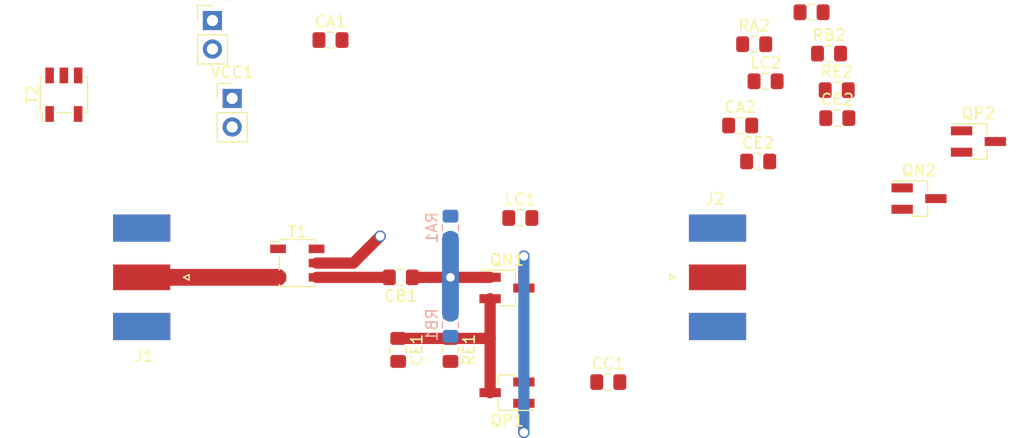
<source format=kicad_pcb>
(kicad_pcb (version 20171130) (host pcbnew "(5.1.5)-3")

  (general
    (thickness 1.6)
    (drawings 0)
    (tracks 27)
    (zones 0)
    (modules 26)
    (nets 18)
  )

  (page A4)
  (layers
    (0 F.Cu signal)
    (31 B.Cu signal)
    (32 B.Adhes user hide)
    (33 F.Adhes user hide)
    (34 B.Paste user hide)
    (35 F.Paste user hide)
    (36 B.SilkS user hide)
    (37 F.SilkS user hide)
    (38 B.Mask user hide)
    (39 F.Mask user hide)
    (40 Dwgs.User user hide)
    (41 Cmts.User user hide)
    (42 Eco1.User user hide)
    (43 Eco2.User user hide)
    (44 Edge.Cuts user)
    (45 Margin user hide)
    (46 B.CrtYd user hide)
    (47 F.CrtYd user hide)
    (48 B.Fab user)
    (49 F.Fab user)
  )

  (setup
    (last_trace_width 1)
    (user_trace_width 0.6)
    (user_trace_width 1)
    (user_trace_width 1.5)
    (trace_clearance 0.2)
    (zone_clearance 0.508)
    (zone_45_only no)
    (trace_min 0.2)
    (via_size 0.8)
    (via_drill 0.4)
    (via_min_size 0.4)
    (via_min_drill 0.3)
    (user_via 1.016 0.762)
    (uvia_size 0.3)
    (uvia_drill 0.1)
    (uvias_allowed no)
    (uvia_min_size 0.2)
    (uvia_min_drill 0.1)
    (edge_width 0.05)
    (segment_width 0.2)
    (pcb_text_width 0.3)
    (pcb_text_size 1.5 1.5)
    (mod_edge_width 0.12)
    (mod_text_size 1 1)
    (mod_text_width 0.15)
    (pad_size 1.524 1.524)
    (pad_drill 0.762)
    (pad_to_mask_clearance 0.051)
    (solder_mask_min_width 0.25)
    (aux_axis_origin 0 0)
    (visible_elements FFFFFF7F)
    (pcbplotparams
      (layerselection 0x010fc_ffffffff)
      (usegerberextensions false)
      (usegerberattributes false)
      (usegerberadvancedattributes false)
      (creategerberjobfile false)
      (excludeedgelayer true)
      (linewidth 0.100000)
      (plotframeref false)
      (viasonmask false)
      (mode 1)
      (useauxorigin false)
      (hpglpennumber 1)
      (hpglpenspeed 20)
      (hpglpendiameter 15.000000)
      (psnegative false)
      (psa4output false)
      (plotreference true)
      (plotvalue true)
      (plotinvisibletext false)
      (padsonsilk false)
      (subtractmaskfromsilk false)
      (outputformat 1)
      (mirror false)
      (drillshape 1)
      (scaleselection 1)
      (outputdirectory ""))
  )

  (net 0 "")
  (net 1 GND)
  (net 2 "Net-(CA1-Pad1)")
  (net 3 "Net-(CA2-Pad1)")
  (net 4 "Net-(CB1-Pad2)")
  (net 5 "Net-(CB1-Pad1)")
  (net 6 "Net-(CB2-Pad1)")
  (net 7 "Net-(CB2-Pad2)")
  (net 8 "Net-(CC1-Pad2)")
  (net 9 "Net-(CC1-Pad1)")
  (net 10 "Net-(CC2-Pad1)")
  (net 11 "Net-(CC2-Pad2)")
  (net 12 "Net-(CE1-Pad1)")
  (net 13 "Net-(CE2-Pad2)")
  (net 14 "Net-(J1-Pad1)")
  (net 15 "Net-(J2-Pad1)")
  (net 16 "Net-(QN1-Pad3)")
  (net 17 "Net-(QN2-Pad1)")

  (net_class Default "This is the default net class."
    (clearance 0.2)
    (trace_width 0.25)
    (via_dia 0.8)
    (via_drill 0.4)
    (uvia_dia 0.3)
    (uvia_drill 0.1)
    (add_net GND)
    (add_net "Net-(CA1-Pad1)")
    (add_net "Net-(CA2-Pad1)")
    (add_net "Net-(CB1-Pad1)")
    (add_net "Net-(CB1-Pad2)")
    (add_net "Net-(CB2-Pad1)")
    (add_net "Net-(CB2-Pad2)")
    (add_net "Net-(CC1-Pad1)")
    (add_net "Net-(CC1-Pad2)")
    (add_net "Net-(CC2-Pad1)")
    (add_net "Net-(CC2-Pad2)")
    (add_net "Net-(CE1-Pad1)")
    (add_net "Net-(CE2-Pad2)")
    (add_net "Net-(J1-Pad1)")
    (add_net "Net-(J2-Pad1)")
    (add_net "Net-(QN1-Pad3)")
    (add_net "Net-(QN2-Pad1)")
  )

  (module Connector_Coaxial:SMA_Molex_73251-1153_EdgeMount_Horizontal (layer F.Cu) (tedit 5E6697FE) (tstamp 5E66F0D6)
    (at 39.624 84.328)
    (descr "Molex SMA RF Connectors, Edge Mount, (http://www.molex.com/pdm_docs/sd/732511150_sd.pdf)")
    (tags "sma edge")
    (path /5E66A7B4)
    (attr smd)
    (fp_text reference J1 (at -1.5 7) (layer F.SilkS)
      (effects (font (size 1 1) (thickness 0.15)))
    )
    (fp_text value "RF In" (at -1.72 -7.11) (layer F.Fab)
      (effects (font (size 1 1) (thickness 0.15)))
    )
    (fp_line (start -5.91 4.76) (end 0.49 4.76) (layer F.Fab) (width 0.1))
    (fp_line (start -5.91 -4.76) (end -5.91 4.76) (layer F.Fab) (width 0.1))
    (fp_line (start 0.49 -4.76) (end -5.91 -4.76) (layer F.Fab) (width 0.1))
    (fp_line (start -4.76 -3.75) (end -4.76 3.75) (layer F.Fab) (width 0.1))
    (fp_line (start -13.79 2.65) (end -5.91 2.65) (layer F.Fab) (width 0.1))
    (fp_line (start -13.79 -2.65) (end -13.79 2.65) (layer F.Fab) (width 0.1))
    (fp_line (start -13.79 -2.65) (end -5.91 -2.65) (layer F.Fab) (width 0.1))
    (fp_line (start -4.76 3.75) (end 0.49 3.75) (layer F.Fab) (width 0.1))
    (fp_line (start -4.76 -3.75) (end 0.49 -3.75) (layer F.Fab) (width 0.1))
    (fp_line (start 2.71 -6.09) (end -14.29 -6.09) (layer F.CrtYd) (width 0.05))
    (fp_line (start 2.71 -6.09) (end 2.71 6.09) (layer F.CrtYd) (width 0.05))
    (fp_line (start -14.29 6.09) (end 2.71 6.09) (layer B.CrtYd) (width 0.05))
    (fp_line (start -14.29 -6.09) (end -14.29 6.09) (layer B.CrtYd) (width 0.05))
    (fp_line (start -14.29 -6.09) (end 2.71 -6.09) (layer B.CrtYd) (width 0.05))
    (fp_line (start 2.71 -6.09) (end 2.71 6.09) (layer B.CrtYd) (width 0.05))
    (fp_line (start -14.29 6.09) (end 2.71 6.09) (layer F.CrtYd) (width 0.05))
    (fp_line (start -14.29 -6.09) (end -14.29 6.09) (layer F.CrtYd) (width 0.05))
    (fp_line (start 0.49 -4.76) (end 0.49 -3.75) (layer F.Fab) (width 0.1))
    (fp_line (start 0.49 3.75) (end 0.49 4.76) (layer F.Fab) (width 0.1))
    (fp_line (start 0.49 -0.38) (end 0.49 0.38) (layer F.Fab) (width 0.1))
    (fp_line (start -4.76 0.38) (end 0.49 0.38) (layer F.Fab) (width 0.1))
    (fp_line (start -4.76 -0.38) (end 0.49 -0.38) (layer F.Fab) (width 0.1))
    (fp_line (start 2 0) (end 2.5 -0.25) (layer F.SilkS) (width 0.12))
    (fp_line (start 2.5 -0.25) (end 2.5 0.25) (layer F.SilkS) (width 0.12))
    (fp_line (start 2.5 0.25) (end 2 0) (layer F.SilkS) (width 0.12))
    (fp_line (start 2.5 -0.25) (end 2 0) (layer F.Fab) (width 0.1))
    (fp_line (start 2 0) (end 2.5 0.25) (layer F.Fab) (width 0.1))
    (fp_line (start 2.5 0.25) (end 2.5 -0.25) (layer F.Fab) (width 0.1))
    (fp_text user %R (at -1.5 7) (layer F.Fab)
      (effects (font (size 1 1) (thickness 0.15)))
    )
    (pad 2 smd rect (at -1.72 4.38) (size 5.08 2.42) (layers B.Cu B.Paste B.Mask)
      (net 1 GND))
    (pad 2 smd rect (at -1.72 -4.38) (size 5.08 2.42) (layers B.Cu B.Paste B.Mask)
      (net 1 GND))
    (pad 2 smd rect (at -1.72 4.38) (size 5.08 2.42) (layers F.Cu F.Paste F.Mask)
      (net 1 GND))
    (pad 2 smd rect (at -1.72 -4.38) (size 5.08 2.42) (layers F.Cu F.Paste F.Mask)
      (net 1 GND))
    (pad 1 smd rect (at -1.72 0) (size 5.08 2.29) (layers F.Cu F.Paste F.Mask)
      (net 14 "Net-(J1-Pad1)"))
    (model ${KISYS3DMOD}/Connector_Coaxial.3dshapes/SMA_Molex_73251-1153_EdgeMount_Horizontal.wrl
      (at (xyz 0 0 0))
      (scale (xyz 1 1 1))
      (rotate (xyz 0 0 0))
    )
  )

  (module Connector_Coaxial:SMA_Molex_73251-1153_EdgeMount_Horizontal (layer F.Cu) (tedit 5E6697E9) (tstamp 5E66F102)
    (at 87.376 84.328 180)
    (descr "Molex SMA RF Connectors, Edge Mount, (http://www.molex.com/pdm_docs/sd/732511150_sd.pdf)")
    (tags "sma edge")
    (path /5E66B623)
    (attr smd)
    (fp_text reference J2 (at -1.5 7) (layer F.SilkS)
      (effects (font (size 1 1) (thickness 0.15)))
    )
    (fp_text value "RF Out" (at -1.72 -7.11) (layer F.Fab)
      (effects (font (size 1 1) (thickness 0.15)))
    )
    (fp_text user %R (at -1.5 7) (layer F.Fab)
      (effects (font (size 1 1) (thickness 0.15)))
    )
    (fp_line (start 2.5 0.25) (end 2.5 -0.25) (layer F.Fab) (width 0.1))
    (fp_line (start 2 0) (end 2.5 0.25) (layer F.Fab) (width 0.1))
    (fp_line (start 2.5 -0.25) (end 2 0) (layer F.Fab) (width 0.1))
    (fp_line (start 2.5 0.25) (end 2 0) (layer F.SilkS) (width 0.12))
    (fp_line (start 2.5 -0.25) (end 2.5 0.25) (layer F.SilkS) (width 0.12))
    (fp_line (start 2 0) (end 2.5 -0.25) (layer F.SilkS) (width 0.12))
    (fp_line (start -4.76 -0.38) (end 0.49 -0.38) (layer F.Fab) (width 0.1))
    (fp_line (start -4.76 0.38) (end 0.49 0.38) (layer F.Fab) (width 0.1))
    (fp_line (start 0.49 -0.38) (end 0.49 0.38) (layer F.Fab) (width 0.1))
    (fp_line (start 0.49 3.75) (end 0.49 4.76) (layer F.Fab) (width 0.1))
    (fp_line (start 0.49 -4.76) (end 0.49 -3.75) (layer F.Fab) (width 0.1))
    (fp_line (start -14.29 -6.09) (end -14.29 6.09) (layer F.CrtYd) (width 0.05))
    (fp_line (start -14.29 6.09) (end 2.71 6.09) (layer F.CrtYd) (width 0.05))
    (fp_line (start 2.71 -6.09) (end 2.71 6.09) (layer B.CrtYd) (width 0.05))
    (fp_line (start -14.29 -6.09) (end 2.71 -6.09) (layer B.CrtYd) (width 0.05))
    (fp_line (start -14.29 -6.09) (end -14.29 6.09) (layer B.CrtYd) (width 0.05))
    (fp_line (start -14.29 6.09) (end 2.71 6.09) (layer B.CrtYd) (width 0.05))
    (fp_line (start 2.71 -6.09) (end 2.71 6.09) (layer F.CrtYd) (width 0.05))
    (fp_line (start 2.71 -6.09) (end -14.29 -6.09) (layer F.CrtYd) (width 0.05))
    (fp_line (start -4.76 -3.75) (end 0.49 -3.75) (layer F.Fab) (width 0.1))
    (fp_line (start -4.76 3.75) (end 0.49 3.75) (layer F.Fab) (width 0.1))
    (fp_line (start -13.79 -2.65) (end -5.91 -2.65) (layer F.Fab) (width 0.1))
    (fp_line (start -13.79 -2.65) (end -13.79 2.65) (layer F.Fab) (width 0.1))
    (fp_line (start -13.79 2.65) (end -5.91 2.65) (layer F.Fab) (width 0.1))
    (fp_line (start -4.76 -3.75) (end -4.76 3.75) (layer F.Fab) (width 0.1))
    (fp_line (start 0.49 -4.76) (end -5.91 -4.76) (layer F.Fab) (width 0.1))
    (fp_line (start -5.91 -4.76) (end -5.91 4.76) (layer F.Fab) (width 0.1))
    (fp_line (start -5.91 4.76) (end 0.49 4.76) (layer F.Fab) (width 0.1))
    (pad 1 smd rect (at -1.72 0 180) (size 5.08 2.29) (layers F.Cu F.Paste F.Mask)
      (net 15 "Net-(J2-Pad1)"))
    (pad 2 smd rect (at -1.72 -4.38 180) (size 5.08 2.42) (layers F.Cu F.Paste F.Mask)
      (net 1 GND))
    (pad 2 smd rect (at -1.72 4.38 180) (size 5.08 2.42) (layers F.Cu F.Paste F.Mask)
      (net 1 GND))
    (pad 2 smd rect (at -1.72 -4.38 180) (size 5.08 2.42) (layers B.Cu B.Paste B.Mask)
      (net 1 GND))
    (pad 2 smd rect (at -1.72 4.38 180) (size 5.08 2.42) (layers B.Cu B.Paste B.Mask)
      (net 1 GND))
    (model ${KISYS3DMOD}/Connector_Coaxial.3dshapes/SMA_Molex_73251-1153_EdgeMount_Horizontal.wrl
      (at (xyz 0 0 0))
      (scale (xyz 1 1 1))
      (rotate (xyz 0 0 0))
    )
  )

  (module Capacitor_SMD:C_0805_2012Metric_Pad1.15x1.40mm_HandSolder (layer F.Cu) (tedit 5B36C52B) (tstamp 5E6703FE)
    (at 54.6899 63.2079)
    (descr "Capacitor SMD 0805 (2012 Metric), square (rectangular) end terminal, IPC_7351 nominal with elongated pad for handsoldering. (Body size source: https://docs.google.com/spreadsheets/d/1BsfQQcO9C6DZCsRaXUlFlo91Tg2WpOkGARC1WS5S8t0/edit?usp=sharing), generated with kicad-footprint-generator")
    (tags "capacitor handsolder")
    (path /5E6C238D)
    (attr smd)
    (fp_text reference CA1 (at 0 -1.65) (layer F.SilkS)
      (effects (font (size 1 1) (thickness 0.15)))
    )
    (fp_text value "100 nF" (at 0 1.65) (layer F.Fab)
      (effects (font (size 1 1) (thickness 0.15)))
    )
    (fp_text user %R (at 0 0) (layer F.Fab)
      (effects (font (size 0.5 0.5) (thickness 0.08)))
    )
    (fp_line (start 1.85 0.95) (end -1.85 0.95) (layer F.CrtYd) (width 0.05))
    (fp_line (start 1.85 -0.95) (end 1.85 0.95) (layer F.CrtYd) (width 0.05))
    (fp_line (start -1.85 -0.95) (end 1.85 -0.95) (layer F.CrtYd) (width 0.05))
    (fp_line (start -1.85 0.95) (end -1.85 -0.95) (layer F.CrtYd) (width 0.05))
    (fp_line (start -0.261252 0.71) (end 0.261252 0.71) (layer F.SilkS) (width 0.12))
    (fp_line (start -0.261252 -0.71) (end 0.261252 -0.71) (layer F.SilkS) (width 0.12))
    (fp_line (start 1 0.6) (end -1 0.6) (layer F.Fab) (width 0.1))
    (fp_line (start 1 -0.6) (end 1 0.6) (layer F.Fab) (width 0.1))
    (fp_line (start -1 -0.6) (end 1 -0.6) (layer F.Fab) (width 0.1))
    (fp_line (start -1 0.6) (end -1 -0.6) (layer F.Fab) (width 0.1))
    (pad 2 smd roundrect (at 1.025 0) (size 1.15 1.4) (layers F.Cu F.Paste F.Mask) (roundrect_rratio 0.217391)
      (net 1 GND))
    (pad 1 smd roundrect (at -1.025 0) (size 1.15 1.4) (layers F.Cu F.Paste F.Mask) (roundrect_rratio 0.217391)
      (net 2 "Net-(CA1-Pad1)"))
    (model ${KISYS3DMOD}/Capacitor_SMD.3dshapes/C_0805_2012Metric.wrl
      (at (xyz 0 0 0))
      (scale (xyz 1 1 1))
      (rotate (xyz 0 0 0))
    )
  )

  (module Capacitor_SMD:C_0805_2012Metric_Pad1.15x1.40mm_HandSolder (layer F.Cu) (tedit 5B36C52B) (tstamp 5E67045F)
    (at 91.1098 70.8152)
    (descr "Capacitor SMD 0805 (2012 Metric), square (rectangular) end terminal, IPC_7351 nominal with elongated pad for handsoldering. (Body size source: https://docs.google.com/spreadsheets/d/1BsfQQcO9C6DZCsRaXUlFlo91Tg2WpOkGARC1WS5S8t0/edit?usp=sharing), generated with kicad-footprint-generator")
    (tags "capacitor handsolder")
    (path /5E6C31C3)
    (attr smd)
    (fp_text reference CA2 (at 0 -1.65) (layer F.SilkS)
      (effects (font (size 1 1) (thickness 0.15)))
    )
    (fp_text value "100 nF" (at 0 1.65) (layer F.Fab)
      (effects (font (size 1 1) (thickness 0.15)))
    )
    (fp_line (start -1 0.6) (end -1 -0.6) (layer F.Fab) (width 0.1))
    (fp_line (start -1 -0.6) (end 1 -0.6) (layer F.Fab) (width 0.1))
    (fp_line (start 1 -0.6) (end 1 0.6) (layer F.Fab) (width 0.1))
    (fp_line (start 1 0.6) (end -1 0.6) (layer F.Fab) (width 0.1))
    (fp_line (start -0.261252 -0.71) (end 0.261252 -0.71) (layer F.SilkS) (width 0.12))
    (fp_line (start -0.261252 0.71) (end 0.261252 0.71) (layer F.SilkS) (width 0.12))
    (fp_line (start -1.85 0.95) (end -1.85 -0.95) (layer F.CrtYd) (width 0.05))
    (fp_line (start -1.85 -0.95) (end 1.85 -0.95) (layer F.CrtYd) (width 0.05))
    (fp_line (start 1.85 -0.95) (end 1.85 0.95) (layer F.CrtYd) (width 0.05))
    (fp_line (start 1.85 0.95) (end -1.85 0.95) (layer F.CrtYd) (width 0.05))
    (fp_text user %R (at 0 0) (layer F.Fab)
      (effects (font (size 0.5 0.5) (thickness 0.08)))
    )
    (pad 1 smd roundrect (at -1.025 0) (size 1.15 1.4) (layers F.Cu F.Paste F.Mask) (roundrect_rratio 0.217391)
      (net 3 "Net-(CA2-Pad1)"))
    (pad 2 smd roundrect (at 1.025 0) (size 1.15 1.4) (layers F.Cu F.Paste F.Mask) (roundrect_rratio 0.217391)
      (net 1 GND))
    (model ${KISYS3DMOD}/Capacitor_SMD.3dshapes/C_0805_2012Metric.wrl
      (at (xyz 0 0 0))
      (scale (xyz 1 1 1))
      (rotate (xyz 0 0 0))
    )
  )

  (module Capacitor_SMD:C_0805_2012Metric_Pad1.15x1.40mm_HandSolder (layer F.Cu) (tedit 5B36C52B) (tstamp 5E6706BF)
    (at 60.9436 84.328 180)
    (descr "Capacitor SMD 0805 (2012 Metric), square (rectangular) end terminal, IPC_7351 nominal with elongated pad for handsoldering. (Body size source: https://docs.google.com/spreadsheets/d/1BsfQQcO9C6DZCsRaXUlFlo91Tg2WpOkGARC1WS5S8t0/edit?usp=sharing), generated with kicad-footprint-generator")
    (tags "capacitor handsolder")
    (path /5E6BCE00)
    (attr smd)
    (fp_text reference CB1 (at 0 -1.65) (layer F.SilkS)
      (effects (font (size 1 1) (thickness 0.15)))
    )
    (fp_text value "47 nF" (at 0 1.65) (layer F.Fab)
      (effects (font (size 1 1) (thickness 0.15)))
    )
    (fp_text user %R (at 0 0) (layer F.Fab)
      (effects (font (size 0.5 0.5) (thickness 0.08)))
    )
    (fp_line (start 1.85 0.95) (end -1.85 0.95) (layer F.CrtYd) (width 0.05))
    (fp_line (start 1.85 -0.95) (end 1.85 0.95) (layer F.CrtYd) (width 0.05))
    (fp_line (start -1.85 -0.95) (end 1.85 -0.95) (layer F.CrtYd) (width 0.05))
    (fp_line (start -1.85 0.95) (end -1.85 -0.95) (layer F.CrtYd) (width 0.05))
    (fp_line (start -0.261252 0.71) (end 0.261252 0.71) (layer F.SilkS) (width 0.12))
    (fp_line (start -0.261252 -0.71) (end 0.261252 -0.71) (layer F.SilkS) (width 0.12))
    (fp_line (start 1 0.6) (end -1 0.6) (layer F.Fab) (width 0.1))
    (fp_line (start 1 -0.6) (end 1 0.6) (layer F.Fab) (width 0.1))
    (fp_line (start -1 -0.6) (end 1 -0.6) (layer F.Fab) (width 0.1))
    (fp_line (start -1 0.6) (end -1 -0.6) (layer F.Fab) (width 0.1))
    (pad 2 smd roundrect (at 1.025 0 180) (size 1.15 1.4) (layers F.Cu F.Paste F.Mask) (roundrect_rratio 0.217391)
      (net 4 "Net-(CB1-Pad2)"))
    (pad 1 smd roundrect (at -1.025 0 180) (size 1.15 1.4) (layers F.Cu F.Paste F.Mask) (roundrect_rratio 0.217391)
      (net 5 "Net-(CB1-Pad1)"))
    (model ${KISYS3DMOD}/Capacitor_SMD.3dshapes/C_0805_2012Metric.wrl
      (at (xyz 0 0 0))
      (scale (xyz 1 1 1))
      (rotate (xyz 0 0 0))
    )
  )

  (module Capacitor_SMD:C_0805_2012Metric_Pad1.15x1.40mm_HandSolder (layer F.Cu) (tedit 5B36C52B) (tstamp 5E66F066)
    (at 97.4598 60.7314)
    (descr "Capacitor SMD 0805 (2012 Metric), square (rectangular) end terminal, IPC_7351 nominal with elongated pad for handsoldering. (Body size source: https://docs.google.com/spreadsheets/d/1BsfQQcO9C6DZCsRaXUlFlo91Tg2WpOkGARC1WS5S8t0/edit?usp=sharing), generated with kicad-footprint-generator")
    (tags "capacitor handsolder")
    (path /5E6BD39E)
    (attr smd)
    (fp_text reference CB2 (at 0 -1.65) (layer F.SilkS)
      (effects (font (size 1 1) (thickness 0.15)))
    )
    (fp_text value "47 nF" (at 0 1.65) (layer F.Fab)
      (effects (font (size 1 1) (thickness 0.15)))
    )
    (fp_line (start -1 0.6) (end -1 -0.6) (layer F.Fab) (width 0.1))
    (fp_line (start -1 -0.6) (end 1 -0.6) (layer F.Fab) (width 0.1))
    (fp_line (start 1 -0.6) (end 1 0.6) (layer F.Fab) (width 0.1))
    (fp_line (start 1 0.6) (end -1 0.6) (layer F.Fab) (width 0.1))
    (fp_line (start -0.261252 -0.71) (end 0.261252 -0.71) (layer F.SilkS) (width 0.12))
    (fp_line (start -0.261252 0.71) (end 0.261252 0.71) (layer F.SilkS) (width 0.12))
    (fp_line (start -1.85 0.95) (end -1.85 -0.95) (layer F.CrtYd) (width 0.05))
    (fp_line (start -1.85 -0.95) (end 1.85 -0.95) (layer F.CrtYd) (width 0.05))
    (fp_line (start 1.85 -0.95) (end 1.85 0.95) (layer F.CrtYd) (width 0.05))
    (fp_line (start 1.85 0.95) (end -1.85 0.95) (layer F.CrtYd) (width 0.05))
    (fp_text user %R (at 0 0) (layer F.Fab)
      (effects (font (size 0.5 0.5) (thickness 0.08)))
    )
    (pad 1 smd roundrect (at -1.025 0) (size 1.15 1.4) (layers F.Cu F.Paste F.Mask) (roundrect_rratio 0.217391)
      (net 6 "Net-(CB2-Pad1)"))
    (pad 2 smd roundrect (at 1.025 0) (size 1.15 1.4) (layers F.Cu F.Paste F.Mask) (roundrect_rratio 0.217391)
      (net 7 "Net-(CB2-Pad2)"))
    (model ${KISYS3DMOD}/Capacitor_SMD.3dshapes/C_0805_2012Metric.wrl
      (at (xyz 0 0 0))
      (scale (xyz 1 1 1))
      (rotate (xyz 0 0 0))
    )
  )

  (module Capacitor_SMD:C_0805_2012Metric_Pad1.15x1.40mm_HandSolder (layer F.Cu) (tedit 5B36C52B) (tstamp 5E670D17)
    (at 79.384 93.6498)
    (descr "Capacitor SMD 0805 (2012 Metric), square (rectangular) end terminal, IPC_7351 nominal with elongated pad for handsoldering. (Body size source: https://docs.google.com/spreadsheets/d/1BsfQQcO9C6DZCsRaXUlFlo91Tg2WpOkGARC1WS5S8t0/edit?usp=sharing), generated with kicad-footprint-generator")
    (tags "capacitor handsolder")
    (path /5E6B729D)
    (attr smd)
    (fp_text reference CC1 (at 0 -1.65) (layer F.SilkS)
      (effects (font (size 1 1) (thickness 0.15)))
    )
    (fp_text value "29.3 pF" (at 0 1.65) (layer F.Fab)
      (effects (font (size 1 1) (thickness 0.15)))
    )
    (fp_text user %R (at 0 0) (layer F.Fab)
      (effects (font (size 0.5 0.5) (thickness 0.08)))
    )
    (fp_line (start 1.85 0.95) (end -1.85 0.95) (layer F.CrtYd) (width 0.05))
    (fp_line (start 1.85 -0.95) (end 1.85 0.95) (layer F.CrtYd) (width 0.05))
    (fp_line (start -1.85 -0.95) (end 1.85 -0.95) (layer F.CrtYd) (width 0.05))
    (fp_line (start -1.85 0.95) (end -1.85 -0.95) (layer F.CrtYd) (width 0.05))
    (fp_line (start -0.261252 0.71) (end 0.261252 0.71) (layer F.SilkS) (width 0.12))
    (fp_line (start -0.261252 -0.71) (end 0.261252 -0.71) (layer F.SilkS) (width 0.12))
    (fp_line (start 1 0.6) (end -1 0.6) (layer F.Fab) (width 0.1))
    (fp_line (start 1 -0.6) (end 1 0.6) (layer F.Fab) (width 0.1))
    (fp_line (start -1 -0.6) (end 1 -0.6) (layer F.Fab) (width 0.1))
    (fp_line (start -1 0.6) (end -1 -0.6) (layer F.Fab) (width 0.1))
    (pad 2 smd roundrect (at 1.025 0) (size 1.15 1.4) (layers F.Cu F.Paste F.Mask) (roundrect_rratio 0.217391)
      (net 8 "Net-(CC1-Pad2)"))
    (pad 1 smd roundrect (at -1.025 0) (size 1.15 1.4) (layers F.Cu F.Paste F.Mask) (roundrect_rratio 0.217391)
      (net 9 "Net-(CC1-Pad1)"))
    (model ${KISYS3DMOD}/Capacitor_SMD.3dshapes/C_0805_2012Metric.wrl
      (at (xyz 0 0 0))
      (scale (xyz 1 1 1))
      (rotate (xyz 0 0 0))
    )
  )

  (module Capacitor_SMD:C_0805_2012Metric_Pad1.15x1.40mm_HandSolder (layer F.Cu) (tedit 5B36C52B) (tstamp 5E66F088)
    (at 99.7458 70.1548)
    (descr "Capacitor SMD 0805 (2012 Metric), square (rectangular) end terminal, IPC_7351 nominal with elongated pad for handsoldering. (Body size source: https://docs.google.com/spreadsheets/d/1BsfQQcO9C6DZCsRaXUlFlo91Tg2WpOkGARC1WS5S8t0/edit?usp=sharing), generated with kicad-footprint-generator")
    (tags "capacitor handsolder")
    (path /5E6B7B63)
    (attr smd)
    (fp_text reference CC2 (at 0 -1.65) (layer F.SilkS)
      (effects (font (size 1 1) (thickness 0.15)))
    )
    (fp_text value "29.3 pF" (at 0 1.65) (layer F.Fab)
      (effects (font (size 1 1) (thickness 0.15)))
    )
    (fp_line (start -1 0.6) (end -1 -0.6) (layer F.Fab) (width 0.1))
    (fp_line (start -1 -0.6) (end 1 -0.6) (layer F.Fab) (width 0.1))
    (fp_line (start 1 -0.6) (end 1 0.6) (layer F.Fab) (width 0.1))
    (fp_line (start 1 0.6) (end -1 0.6) (layer F.Fab) (width 0.1))
    (fp_line (start -0.261252 -0.71) (end 0.261252 -0.71) (layer F.SilkS) (width 0.12))
    (fp_line (start -0.261252 0.71) (end 0.261252 0.71) (layer F.SilkS) (width 0.12))
    (fp_line (start -1.85 0.95) (end -1.85 -0.95) (layer F.CrtYd) (width 0.05))
    (fp_line (start -1.85 -0.95) (end 1.85 -0.95) (layer F.CrtYd) (width 0.05))
    (fp_line (start 1.85 -0.95) (end 1.85 0.95) (layer F.CrtYd) (width 0.05))
    (fp_line (start 1.85 0.95) (end -1.85 0.95) (layer F.CrtYd) (width 0.05))
    (fp_text user %R (at 0 0) (layer F.Fab)
      (effects (font (size 0.5 0.5) (thickness 0.08)))
    )
    (pad 1 smd roundrect (at -1.025 0) (size 1.15 1.4) (layers F.Cu F.Paste F.Mask) (roundrect_rratio 0.217391)
      (net 10 "Net-(CC2-Pad1)"))
    (pad 2 smd roundrect (at 1.025 0) (size 1.15 1.4) (layers F.Cu F.Paste F.Mask) (roundrect_rratio 0.217391)
      (net 11 "Net-(CC2-Pad2)"))
    (model ${KISYS3DMOD}/Capacitor_SMD.3dshapes/C_0805_2012Metric.wrl
      (at (xyz 0 0 0))
      (scale (xyz 1 1 1))
      (rotate (xyz 0 0 0))
    )
  )

  (module Capacitor_SMD:C_0805_2012Metric_Pad1.15x1.40mm_HandSolder (layer F.Cu) (tedit 5B36C52B) (tstamp 5E67034C)
    (at 60.706 90.7886 270)
    (descr "Capacitor SMD 0805 (2012 Metric), square (rectangular) end terminal, IPC_7351 nominal with elongated pad for handsoldering. (Body size source: https://docs.google.com/spreadsheets/d/1BsfQQcO9C6DZCsRaXUlFlo91Tg2WpOkGARC1WS5S8t0/edit?usp=sharing), generated with kicad-footprint-generator")
    (tags "capacitor handsolder")
    (path /5E66AC19)
    (attr smd)
    (fp_text reference CE1 (at 0 -1.65 90) (layer F.SilkS)
      (effects (font (size 1 1) (thickness 0.15)))
    )
    (fp_text value "100 nF" (at 0 1.65 90) (layer F.Fab)
      (effects (font (size 1 1) (thickness 0.15)))
    )
    (fp_text user %R (at 0 0 90) (layer F.Fab)
      (effects (font (size 0.5 0.5) (thickness 0.08)))
    )
    (fp_line (start 1.85 0.95) (end -1.85 0.95) (layer F.CrtYd) (width 0.05))
    (fp_line (start 1.85 -0.95) (end 1.85 0.95) (layer F.CrtYd) (width 0.05))
    (fp_line (start -1.85 -0.95) (end 1.85 -0.95) (layer F.CrtYd) (width 0.05))
    (fp_line (start -1.85 0.95) (end -1.85 -0.95) (layer F.CrtYd) (width 0.05))
    (fp_line (start -0.261252 0.71) (end 0.261252 0.71) (layer F.SilkS) (width 0.12))
    (fp_line (start -0.261252 -0.71) (end 0.261252 -0.71) (layer F.SilkS) (width 0.12))
    (fp_line (start 1 0.6) (end -1 0.6) (layer F.Fab) (width 0.1))
    (fp_line (start 1 -0.6) (end 1 0.6) (layer F.Fab) (width 0.1))
    (fp_line (start -1 -0.6) (end 1 -0.6) (layer F.Fab) (width 0.1))
    (fp_line (start -1 0.6) (end -1 -0.6) (layer F.Fab) (width 0.1))
    (pad 2 smd roundrect (at 1.025 0 270) (size 1.15 1.4) (layers F.Cu F.Paste F.Mask) (roundrect_rratio 0.217391)
      (net 1 GND))
    (pad 1 smd roundrect (at -1.025 0 270) (size 1.15 1.4) (layers F.Cu F.Paste F.Mask) (roundrect_rratio 0.217391)
      (net 12 "Net-(CE1-Pad1)"))
    (model ${KISYS3DMOD}/Capacitor_SMD.3dshapes/C_0805_2012Metric.wrl
      (at (xyz 0 0 0))
      (scale (xyz 1 1 1))
      (rotate (xyz 0 0 0))
    )
  )

  (module Capacitor_SMD:C_0805_2012Metric_Pad1.15x1.40mm_HandSolder (layer F.Cu) (tedit 5B36C52B) (tstamp 5E66F0AA)
    (at 92.71 74.0156)
    (descr "Capacitor SMD 0805 (2012 Metric), square (rectangular) end terminal, IPC_7351 nominal with elongated pad for handsoldering. (Body size source: https://docs.google.com/spreadsheets/d/1BsfQQcO9C6DZCsRaXUlFlo91Tg2WpOkGARC1WS5S8t0/edit?usp=sharing), generated with kicad-footprint-generator")
    (tags "capacitor handsolder")
    (path /5E66DF18)
    (attr smd)
    (fp_text reference CE2 (at 0 -1.65) (layer F.SilkS)
      (effects (font (size 1 1) (thickness 0.15)))
    )
    (fp_text value "100 nF" (at 0 1.65) (layer F.Fab)
      (effects (font (size 1 1) (thickness 0.15)))
    )
    (fp_line (start -1 0.6) (end -1 -0.6) (layer F.Fab) (width 0.1))
    (fp_line (start -1 -0.6) (end 1 -0.6) (layer F.Fab) (width 0.1))
    (fp_line (start 1 -0.6) (end 1 0.6) (layer F.Fab) (width 0.1))
    (fp_line (start 1 0.6) (end -1 0.6) (layer F.Fab) (width 0.1))
    (fp_line (start -0.261252 -0.71) (end 0.261252 -0.71) (layer F.SilkS) (width 0.12))
    (fp_line (start -0.261252 0.71) (end 0.261252 0.71) (layer F.SilkS) (width 0.12))
    (fp_line (start -1.85 0.95) (end -1.85 -0.95) (layer F.CrtYd) (width 0.05))
    (fp_line (start -1.85 -0.95) (end 1.85 -0.95) (layer F.CrtYd) (width 0.05))
    (fp_line (start 1.85 -0.95) (end 1.85 0.95) (layer F.CrtYd) (width 0.05))
    (fp_line (start 1.85 0.95) (end -1.85 0.95) (layer F.CrtYd) (width 0.05))
    (fp_text user %R (at 0 0) (layer F.Fab)
      (effects (font (size 0.5 0.5) (thickness 0.08)))
    )
    (pad 1 smd roundrect (at -1.025 0) (size 1.15 1.4) (layers F.Cu F.Paste F.Mask) (roundrect_rratio 0.217391)
      (net 1 GND))
    (pad 2 smd roundrect (at 1.025 0) (size 1.15 1.4) (layers F.Cu F.Paste F.Mask) (roundrect_rratio 0.217391)
      (net 13 "Net-(CE2-Pad2)"))
    (model ${KISYS3DMOD}/Capacitor_SMD.3dshapes/C_0805_2012Metric.wrl
      (at (xyz 0 0 0))
      (scale (xyz 1 1 1))
      (rotate (xyz 0 0 0))
    )
  )

  (module Inductor_SMD:L_0805_2012Metric_Pad1.15x1.40mm_HandSolder (layer F.Cu) (tedit 5B36C52B) (tstamp 5E66F113)
    (at 71.5645 79.0448)
    (descr "Capacitor SMD 0805 (2012 Metric), square (rectangular) end terminal, IPC_7351 nominal with elongated pad for handsoldering. (Body size source: https://docs.google.com/spreadsheets/d/1BsfQQcO9C6DZCsRaXUlFlo91Tg2WpOkGARC1WS5S8t0/edit?usp=sharing), generated with kicad-footprint-generator")
    (tags "inductor handsolder")
    (path /5E69485C)
    (attr smd)
    (fp_text reference LC1 (at 0 -1.65) (layer F.SilkS)
      (effects (font (size 1 1) (thickness 0.15)))
    )
    (fp_text value "1 uH" (at 0 1.65) (layer F.Fab)
      (effects (font (size 1 1) (thickness 0.15)))
    )
    (fp_line (start -1 0.6) (end -1 -0.6) (layer F.Fab) (width 0.1))
    (fp_line (start -1 -0.6) (end 1 -0.6) (layer F.Fab) (width 0.1))
    (fp_line (start 1 -0.6) (end 1 0.6) (layer F.Fab) (width 0.1))
    (fp_line (start 1 0.6) (end -1 0.6) (layer F.Fab) (width 0.1))
    (fp_line (start -0.261252 -0.71) (end 0.261252 -0.71) (layer F.SilkS) (width 0.12))
    (fp_line (start -0.261252 0.71) (end 0.261252 0.71) (layer F.SilkS) (width 0.12))
    (fp_line (start -1.85 0.95) (end -1.85 -0.95) (layer F.CrtYd) (width 0.05))
    (fp_line (start -1.85 -0.95) (end 1.85 -0.95) (layer F.CrtYd) (width 0.05))
    (fp_line (start 1.85 -0.95) (end 1.85 0.95) (layer F.CrtYd) (width 0.05))
    (fp_line (start 1.85 0.95) (end -1.85 0.95) (layer F.CrtYd) (width 0.05))
    (fp_text user %R (at 0 0) (layer F.Fab)
      (effects (font (size 0.5 0.5) (thickness 0.08)))
    )
    (pad 1 smd roundrect (at -1.025 0) (size 1.15 1.4) (layers F.Cu F.Paste F.Mask) (roundrect_rratio 0.217391)
      (net 2 "Net-(CA1-Pad1)"))
    (pad 2 smd roundrect (at 1.025 0) (size 1.15 1.4) (layers F.Cu F.Paste F.Mask) (roundrect_rratio 0.217391)
      (net 8 "Net-(CC1-Pad2)"))
    (model ${KISYS3DMOD}/Inductor_SMD.3dshapes/L_0805_2012Metric.wrl
      (at (xyz 0 0 0))
      (scale (xyz 1 1 1))
      (rotate (xyz 0 0 0))
    )
  )

  (module Inductor_SMD:L_0805_2012Metric_Pad1.15x1.40mm_HandSolder (layer F.Cu) (tedit 5B36C52B) (tstamp 5E66F124)
    (at 93.3704 66.8782)
    (descr "Capacitor SMD 0805 (2012 Metric), square (rectangular) end terminal, IPC_7351 nominal with elongated pad for handsoldering. (Body size source: https://docs.google.com/spreadsheets/d/1BsfQQcO9C6DZCsRaXUlFlo91Tg2WpOkGARC1WS5S8t0/edit?usp=sharing), generated with kicad-footprint-generator")
    (tags "inductor handsolder")
    (path /5E6959F3)
    (attr smd)
    (fp_text reference LC2 (at 0 -1.65) (layer F.SilkS)
      (effects (font (size 1 1) (thickness 0.15)))
    )
    (fp_text value "1 uH" (at 0 1.65) (layer F.Fab)
      (effects (font (size 1 1) (thickness 0.15)))
    )
    (fp_text user %R (at 0 0) (layer F.Fab)
      (effects (font (size 0.5 0.5) (thickness 0.08)))
    )
    (fp_line (start 1.85 0.95) (end -1.85 0.95) (layer F.CrtYd) (width 0.05))
    (fp_line (start 1.85 -0.95) (end 1.85 0.95) (layer F.CrtYd) (width 0.05))
    (fp_line (start -1.85 -0.95) (end 1.85 -0.95) (layer F.CrtYd) (width 0.05))
    (fp_line (start -1.85 0.95) (end -1.85 -0.95) (layer F.CrtYd) (width 0.05))
    (fp_line (start -0.261252 0.71) (end 0.261252 0.71) (layer F.SilkS) (width 0.12))
    (fp_line (start -0.261252 -0.71) (end 0.261252 -0.71) (layer F.SilkS) (width 0.12))
    (fp_line (start 1 0.6) (end -1 0.6) (layer F.Fab) (width 0.1))
    (fp_line (start 1 -0.6) (end 1 0.6) (layer F.Fab) (width 0.1))
    (fp_line (start -1 -0.6) (end 1 -0.6) (layer F.Fab) (width 0.1))
    (fp_line (start -1 0.6) (end -1 -0.6) (layer F.Fab) (width 0.1))
    (pad 2 smd roundrect (at 1.025 0) (size 1.15 1.4) (layers F.Cu F.Paste F.Mask) (roundrect_rratio 0.217391)
      (net 3 "Net-(CA2-Pad1)"))
    (pad 1 smd roundrect (at -1.025 0) (size 1.15 1.4) (layers F.Cu F.Paste F.Mask) (roundrect_rratio 0.217391)
      (net 11 "Net-(CC2-Pad2)"))
    (model ${KISYS3DMOD}/Inductor_SMD.3dshapes/L_0805_2012Metric.wrl
      (at (xyz 0 0 0))
      (scale (xyz 1 1 1))
      (rotate (xyz 0 0 0))
    )
  )

  (module Package_TO_SOT_SMD:SOT-23_Handsoldering (layer F.Cu) (tedit 5A0AB76C) (tstamp 5E67013D)
    (at 70.37972 85.278)
    (descr "SOT-23, Handsoldering")
    (tags SOT-23)
    (path /5E66BD01)
    (attr smd)
    (fp_text reference QN1 (at 0 -2.5) (layer F.SilkS)
      (effects (font (size 1 1) (thickness 0.15)))
    )
    (fp_text value MMBT3904 (at 0 2.5) (layer F.Fab)
      (effects (font (size 1 1) (thickness 0.15)))
    )
    (fp_line (start 0.76 1.58) (end -0.7 1.58) (layer F.SilkS) (width 0.12))
    (fp_line (start -0.7 1.52) (end 0.7 1.52) (layer F.Fab) (width 0.1))
    (fp_line (start 0.7 -1.52) (end 0.7 1.52) (layer F.Fab) (width 0.1))
    (fp_line (start -0.7 -0.95) (end -0.15 -1.52) (layer F.Fab) (width 0.1))
    (fp_line (start -0.15 -1.52) (end 0.7 -1.52) (layer F.Fab) (width 0.1))
    (fp_line (start -0.7 -0.95) (end -0.7 1.5) (layer F.Fab) (width 0.1))
    (fp_line (start 0.76 -1.58) (end -2.4 -1.58) (layer F.SilkS) (width 0.12))
    (fp_line (start -2.7 1.75) (end -2.7 -1.75) (layer F.CrtYd) (width 0.05))
    (fp_line (start 2.7 1.75) (end -2.7 1.75) (layer F.CrtYd) (width 0.05))
    (fp_line (start 2.7 -1.75) (end 2.7 1.75) (layer F.CrtYd) (width 0.05))
    (fp_line (start -2.7 -1.75) (end 2.7 -1.75) (layer F.CrtYd) (width 0.05))
    (fp_line (start 0.76 -1.58) (end 0.76 -0.65) (layer F.SilkS) (width 0.12))
    (fp_line (start 0.76 1.58) (end 0.76 0.65) (layer F.SilkS) (width 0.12))
    (fp_text user %R (at 0 0 90) (layer F.Fab)
      (effects (font (size 0.5 0.5) (thickness 0.075)))
    )
    (pad 3 smd rect (at 1.5 0) (size 1.9 0.8) (layers F.Cu F.Paste F.Mask)
      (net 16 "Net-(QN1-Pad3)"))
    (pad 2 smd rect (at -1.5 0.95) (size 1.9 0.8) (layers F.Cu F.Paste F.Mask)
      (net 12 "Net-(CE1-Pad1)"))
    (pad 1 smd rect (at -1.5 -0.95) (size 1.9 0.8) (layers F.Cu F.Paste F.Mask)
      (net 5 "Net-(CB1-Pad1)"))
    (model ${KISYS3DMOD}/Package_TO_SOT_SMD.3dshapes/SOT-23.wrl
      (at (xyz 0 0 0))
      (scale (xyz 1 1 1))
      (rotate (xyz 0 0 0))
    )
  )

  (module Package_TO_SOT_SMD:SOT-23_Handsoldering (layer F.Cu) (tedit 5A0AB76C) (tstamp 5E66F14E)
    (at 107.0102 77.3176)
    (descr "SOT-23, Handsoldering")
    (tags SOT-23)
    (path /5E66C8E6)
    (attr smd)
    (fp_text reference QN2 (at 0 -2.5) (layer F.SilkS)
      (effects (font (size 1 1) (thickness 0.15)))
    )
    (fp_text value MMBT3904 (at 0 2.5) (layer F.Fab)
      (effects (font (size 1 1) (thickness 0.15)))
    )
    (fp_text user %R (at 0 0 90) (layer F.Fab)
      (effects (font (size 0.5 0.5) (thickness 0.075)))
    )
    (fp_line (start 0.76 1.58) (end 0.76 0.65) (layer F.SilkS) (width 0.12))
    (fp_line (start 0.76 -1.58) (end 0.76 -0.65) (layer F.SilkS) (width 0.12))
    (fp_line (start -2.7 -1.75) (end 2.7 -1.75) (layer F.CrtYd) (width 0.05))
    (fp_line (start 2.7 -1.75) (end 2.7 1.75) (layer F.CrtYd) (width 0.05))
    (fp_line (start 2.7 1.75) (end -2.7 1.75) (layer F.CrtYd) (width 0.05))
    (fp_line (start -2.7 1.75) (end -2.7 -1.75) (layer F.CrtYd) (width 0.05))
    (fp_line (start 0.76 -1.58) (end -2.4 -1.58) (layer F.SilkS) (width 0.12))
    (fp_line (start -0.7 -0.95) (end -0.7 1.5) (layer F.Fab) (width 0.1))
    (fp_line (start -0.15 -1.52) (end 0.7 -1.52) (layer F.Fab) (width 0.1))
    (fp_line (start -0.7 -0.95) (end -0.15 -1.52) (layer F.Fab) (width 0.1))
    (fp_line (start 0.7 -1.52) (end 0.7 1.52) (layer F.Fab) (width 0.1))
    (fp_line (start -0.7 1.52) (end 0.7 1.52) (layer F.Fab) (width 0.1))
    (fp_line (start 0.76 1.58) (end -0.7 1.58) (layer F.SilkS) (width 0.12))
    (pad 1 smd rect (at -1.5 -0.95) (size 1.9 0.8) (layers F.Cu F.Paste F.Mask)
      (net 17 "Net-(QN2-Pad1)"))
    (pad 2 smd rect (at -1.5 0.95) (size 1.9 0.8) (layers F.Cu F.Paste F.Mask)
      (net 11 "Net-(CC2-Pad2)"))
    (pad 3 smd rect (at 1.5 0) (size 1.9 0.8) (layers F.Cu F.Paste F.Mask)
      (net 13 "Net-(CE2-Pad2)"))
    (model ${KISYS3DMOD}/Package_TO_SOT_SMD.3dshapes/SOT-23.wrl
      (at (xyz 0 0 0))
      (scale (xyz 1 1 1))
      (rotate (xyz 0 0 0))
    )
  )

  (module Package_TO_SOT_SMD:SOT-23_Handsoldering (layer F.Cu) (tedit 5A0AB76C) (tstamp 5E67119A)
    (at 70.3834 94.5896 180)
    (descr "SOT-23, Handsoldering")
    (tags SOT-23)
    (path /5E66C469)
    (attr smd)
    (fp_text reference QP1 (at 0 -2.5) (layer F.SilkS)
      (effects (font (size 1 1) (thickness 0.15)))
    )
    (fp_text value MMBT3906 (at 0 2.5) (layer F.Fab)
      (effects (font (size 1 1) (thickness 0.15)))
    )
    (fp_text user %R (at 0 0 90) (layer F.Fab)
      (effects (font (size 0.5 0.5) (thickness 0.075)))
    )
    (fp_line (start 0.76 1.58) (end 0.76 0.65) (layer F.SilkS) (width 0.12))
    (fp_line (start 0.76 -1.58) (end 0.76 -0.65) (layer F.SilkS) (width 0.12))
    (fp_line (start -2.7 -1.75) (end 2.7 -1.75) (layer F.CrtYd) (width 0.05))
    (fp_line (start 2.7 -1.75) (end 2.7 1.75) (layer F.CrtYd) (width 0.05))
    (fp_line (start 2.7 1.75) (end -2.7 1.75) (layer F.CrtYd) (width 0.05))
    (fp_line (start -2.7 1.75) (end -2.7 -1.75) (layer F.CrtYd) (width 0.05))
    (fp_line (start 0.76 -1.58) (end -2.4 -1.58) (layer F.SilkS) (width 0.12))
    (fp_line (start -0.7 -0.95) (end -0.7 1.5) (layer F.Fab) (width 0.1))
    (fp_line (start -0.15 -1.52) (end 0.7 -1.52) (layer F.Fab) (width 0.1))
    (fp_line (start -0.7 -0.95) (end -0.15 -1.52) (layer F.Fab) (width 0.1))
    (fp_line (start 0.7 -1.52) (end 0.7 1.52) (layer F.Fab) (width 0.1))
    (fp_line (start -0.7 1.52) (end 0.7 1.52) (layer F.Fab) (width 0.1))
    (fp_line (start 0.76 1.58) (end -0.7 1.58) (layer F.SilkS) (width 0.12))
    (pad 1 smd rect (at -1.5 -0.95 180) (size 1.9 0.8) (layers F.Cu F.Paste F.Mask)
      (net 16 "Net-(QN1-Pad3)"))
    (pad 2 smd rect (at -1.5 0.95 180) (size 1.9 0.8) (layers F.Cu F.Paste F.Mask)
      (net 8 "Net-(CC1-Pad2)"))
    (pad 3 smd rect (at 1.5 0 180) (size 1.9 0.8) (layers F.Cu F.Paste F.Mask)
      (net 12 "Net-(CE1-Pad1)"))
    (model ${KISYS3DMOD}/Package_TO_SOT_SMD.3dshapes/SOT-23.wrl
      (at (xyz 0 0 0))
      (scale (xyz 1 1 1))
      (rotate (xyz 0 0 0))
    )
  )

  (module Package_TO_SOT_SMD:SOT-23_Handsoldering (layer F.Cu) (tedit 5A0AB76C) (tstamp 5E66F178)
    (at 112.2934 72.2376)
    (descr "SOT-23, Handsoldering")
    (tags SOT-23)
    (path /5E66C61B)
    (attr smd)
    (fp_text reference QP2 (at 0 -2.5) (layer F.SilkS)
      (effects (font (size 1 1) (thickness 0.15)))
    )
    (fp_text value MMBT3906 (at 0 2.5) (layer F.Fab)
      (effects (font (size 1 1) (thickness 0.15)))
    )
    (fp_line (start 0.76 1.58) (end -0.7 1.58) (layer F.SilkS) (width 0.12))
    (fp_line (start -0.7 1.52) (end 0.7 1.52) (layer F.Fab) (width 0.1))
    (fp_line (start 0.7 -1.52) (end 0.7 1.52) (layer F.Fab) (width 0.1))
    (fp_line (start -0.7 -0.95) (end -0.15 -1.52) (layer F.Fab) (width 0.1))
    (fp_line (start -0.15 -1.52) (end 0.7 -1.52) (layer F.Fab) (width 0.1))
    (fp_line (start -0.7 -0.95) (end -0.7 1.5) (layer F.Fab) (width 0.1))
    (fp_line (start 0.76 -1.58) (end -2.4 -1.58) (layer F.SilkS) (width 0.12))
    (fp_line (start -2.7 1.75) (end -2.7 -1.75) (layer F.CrtYd) (width 0.05))
    (fp_line (start 2.7 1.75) (end -2.7 1.75) (layer F.CrtYd) (width 0.05))
    (fp_line (start 2.7 -1.75) (end 2.7 1.75) (layer F.CrtYd) (width 0.05))
    (fp_line (start -2.7 -1.75) (end 2.7 -1.75) (layer F.CrtYd) (width 0.05))
    (fp_line (start 0.76 -1.58) (end 0.76 -0.65) (layer F.SilkS) (width 0.12))
    (fp_line (start 0.76 1.58) (end 0.76 0.65) (layer F.SilkS) (width 0.12))
    (fp_text user %R (at 0 0 90) (layer F.Fab)
      (effects (font (size 0.5 0.5) (thickness 0.075)))
    )
    (pad 3 smd rect (at 1.5 0) (size 1.9 0.8) (layers F.Cu F.Paste F.Mask)
      (net 17 "Net-(QN2-Pad1)"))
    (pad 2 smd rect (at -1.5 0.95) (size 1.9 0.8) (layers F.Cu F.Paste F.Mask)
      (net 13 "Net-(CE2-Pad2)"))
    (pad 1 smd rect (at -1.5 -0.95) (size 1.9 0.8) (layers F.Cu F.Paste F.Mask)
      (net 6 "Net-(CB2-Pad1)"))
    (model ${KISYS3DMOD}/Package_TO_SOT_SMD.3dshapes/SOT-23.wrl
      (at (xyz 0 0 0))
      (scale (xyz 1 1 1))
      (rotate (xyz 0 0 0))
    )
  )

  (module Resistor_SMD:R_0805_2012Metric_Pad1.15x1.40mm_HandSolder (layer B.Cu) (tedit 5B36C52B) (tstamp 5E66F189)
    (at 65.3542 79.9084 270)
    (descr "Resistor SMD 0805 (2012 Metric), square (rectangular) end terminal, IPC_7351 nominal with elongated pad for handsoldering. (Body size source: https://docs.google.com/spreadsheets/d/1BsfQQcO9C6DZCsRaXUlFlo91Tg2WpOkGARC1WS5S8t0/edit?usp=sharing), generated with kicad-footprint-generator")
    (tags "resistor handsolder")
    (path /5E66B174)
    (attr smd)
    (fp_text reference RA1 (at 0 1.65 270) (layer B.SilkS)
      (effects (font (size 1 1) (thickness 0.15)) (justify mirror))
    )
    (fp_text value "47k Ohms" (at 0 -1.65 270) (layer B.Fab)
      (effects (font (size 1 1) (thickness 0.15)) (justify mirror))
    )
    (fp_text user %R (at 0 0 270) (layer B.Fab)
      (effects (font (size 0.5 0.5) (thickness 0.08)) (justify mirror))
    )
    (fp_line (start 1.85 -0.95) (end -1.85 -0.95) (layer B.CrtYd) (width 0.05))
    (fp_line (start 1.85 0.95) (end 1.85 -0.95) (layer B.CrtYd) (width 0.05))
    (fp_line (start -1.85 0.95) (end 1.85 0.95) (layer B.CrtYd) (width 0.05))
    (fp_line (start -1.85 -0.95) (end -1.85 0.95) (layer B.CrtYd) (width 0.05))
    (fp_line (start -0.261252 -0.71) (end 0.261252 -0.71) (layer B.SilkS) (width 0.12))
    (fp_line (start -0.261252 0.71) (end 0.261252 0.71) (layer B.SilkS) (width 0.12))
    (fp_line (start 1 -0.6) (end -1 -0.6) (layer B.Fab) (width 0.1))
    (fp_line (start 1 0.6) (end 1 -0.6) (layer B.Fab) (width 0.1))
    (fp_line (start -1 0.6) (end 1 0.6) (layer B.Fab) (width 0.1))
    (fp_line (start -1 -0.6) (end -1 0.6) (layer B.Fab) (width 0.1))
    (pad 2 smd roundrect (at 1.025 0 270) (size 1.15 1.4) (layers B.Cu B.Paste B.Mask) (roundrect_rratio 0.217391)
      (net 5 "Net-(CB1-Pad1)"))
    (pad 1 smd roundrect (at -1.025 0 270) (size 1.15 1.4) (layers B.Cu B.Paste B.Mask) (roundrect_rratio 0.217391)
      (net 2 "Net-(CA1-Pad1)"))
    (model ${KISYS3DMOD}/Resistor_SMD.3dshapes/R_0805_2012Metric.wrl
      (at (xyz 0 0 0))
      (scale (xyz 1 1 1))
      (rotate (xyz 0 0 0))
    )
  )

  (module Resistor_SMD:R_0805_2012Metric_Pad1.15x1.40mm_HandSolder (layer F.Cu) (tedit 5B36C52B) (tstamp 5E66F19A)
    (at 92.3544 63.5762)
    (descr "Resistor SMD 0805 (2012 Metric), square (rectangular) end terminal, IPC_7351 nominal with elongated pad for handsoldering. (Body size source: https://docs.google.com/spreadsheets/d/1BsfQQcO9C6DZCsRaXUlFlo91Tg2WpOkGARC1WS5S8t0/edit?usp=sharing), generated with kicad-footprint-generator")
    (tags "resistor handsolder")
    (path /5E66D0DE)
    (attr smd)
    (fp_text reference RA2 (at 0 -1.65) (layer F.SilkS)
      (effects (font (size 1 1) (thickness 0.15)))
    )
    (fp_text value "47k Ohms" (at 0 1.65) (layer F.Fab)
      (effects (font (size 1 1) (thickness 0.15)))
    )
    (fp_line (start -1 0.6) (end -1 -0.6) (layer F.Fab) (width 0.1))
    (fp_line (start -1 -0.6) (end 1 -0.6) (layer F.Fab) (width 0.1))
    (fp_line (start 1 -0.6) (end 1 0.6) (layer F.Fab) (width 0.1))
    (fp_line (start 1 0.6) (end -1 0.6) (layer F.Fab) (width 0.1))
    (fp_line (start -0.261252 -0.71) (end 0.261252 -0.71) (layer F.SilkS) (width 0.12))
    (fp_line (start -0.261252 0.71) (end 0.261252 0.71) (layer F.SilkS) (width 0.12))
    (fp_line (start -1.85 0.95) (end -1.85 -0.95) (layer F.CrtYd) (width 0.05))
    (fp_line (start -1.85 -0.95) (end 1.85 -0.95) (layer F.CrtYd) (width 0.05))
    (fp_line (start 1.85 -0.95) (end 1.85 0.95) (layer F.CrtYd) (width 0.05))
    (fp_line (start 1.85 0.95) (end -1.85 0.95) (layer F.CrtYd) (width 0.05))
    (fp_text user %R (at 0 0) (layer F.Fab)
      (effects (font (size 0.5 0.5) (thickness 0.08)))
    )
    (pad 1 smd roundrect (at -1.025 0) (size 1.15 1.4) (layers F.Cu F.Paste F.Mask) (roundrect_rratio 0.217391)
      (net 6 "Net-(CB2-Pad1)"))
    (pad 2 smd roundrect (at 1.025 0) (size 1.15 1.4) (layers F.Cu F.Paste F.Mask) (roundrect_rratio 0.217391)
      (net 3 "Net-(CA2-Pad1)"))
    (model ${KISYS3DMOD}/Resistor_SMD.3dshapes/R_0805_2012Metric.wrl
      (at (xyz 0 0 0))
      (scale (xyz 1 1 1))
      (rotate (xyz 0 0 0))
    )
  )

  (module Resistor_SMD:R_0805_2012Metric_Pad1.15x1.40mm_HandSolder (layer B.Cu) (tedit 5B36C52B) (tstamp 5E6712CD)
    (at 65.3542 88.5534 270)
    (descr "Resistor SMD 0805 (2012 Metric), square (rectangular) end terminal, IPC_7351 nominal with elongated pad for handsoldering. (Body size source: https://docs.google.com/spreadsheets/d/1BsfQQcO9C6DZCsRaXUlFlo91Tg2WpOkGARC1WS5S8t0/edit?usp=sharing), generated with kicad-footprint-generator")
    (tags "resistor handsolder")
    (path /5E66D350)
    (attr smd)
    (fp_text reference RB1 (at 0 1.65 270) (layer B.SilkS)
      (effects (font (size 1 1) (thickness 0.15)) (justify mirror))
    )
    (fp_text value "33k Ohms" (at 0 -1.65 270) (layer B.Fab)
      (effects (font (size 1 1) (thickness 0.15)) (justify mirror))
    )
    (fp_text user %R (at 0 0 270) (layer B.Fab)
      (effects (font (size 0.5 0.5) (thickness 0.08)) (justify mirror))
    )
    (fp_line (start 1.85 -0.95) (end -1.85 -0.95) (layer B.CrtYd) (width 0.05))
    (fp_line (start 1.85 0.95) (end 1.85 -0.95) (layer B.CrtYd) (width 0.05))
    (fp_line (start -1.85 0.95) (end 1.85 0.95) (layer B.CrtYd) (width 0.05))
    (fp_line (start -1.85 -0.95) (end -1.85 0.95) (layer B.CrtYd) (width 0.05))
    (fp_line (start -0.261252 -0.71) (end 0.261252 -0.71) (layer B.SilkS) (width 0.12))
    (fp_line (start -0.261252 0.71) (end 0.261252 0.71) (layer B.SilkS) (width 0.12))
    (fp_line (start 1 -0.6) (end -1 -0.6) (layer B.Fab) (width 0.1))
    (fp_line (start 1 0.6) (end 1 -0.6) (layer B.Fab) (width 0.1))
    (fp_line (start -1 0.6) (end 1 0.6) (layer B.Fab) (width 0.1))
    (fp_line (start -1 -0.6) (end -1 0.6) (layer B.Fab) (width 0.1))
    (pad 2 smd roundrect (at 1.025 0 270) (size 1.15 1.4) (layers B.Cu B.Paste B.Mask) (roundrect_rratio 0.217391)
      (net 1 GND))
    (pad 1 smd roundrect (at -1.025 0 270) (size 1.15 1.4) (layers B.Cu B.Paste B.Mask) (roundrect_rratio 0.217391)
      (net 5 "Net-(CB1-Pad1)"))
    (model ${KISYS3DMOD}/Resistor_SMD.3dshapes/R_0805_2012Metric.wrl
      (at (xyz 0 0 0))
      (scale (xyz 1 1 1))
      (rotate (xyz 0 0 0))
    )
  )

  (module Resistor_SMD:R_0805_2012Metric_Pad1.15x1.40mm_HandSolder (layer F.Cu) (tedit 5B36C52B) (tstamp 5E66F1BC)
    (at 99.0092 64.4144)
    (descr "Resistor SMD 0805 (2012 Metric), square (rectangular) end terminal, IPC_7351 nominal with elongated pad for handsoldering. (Body size source: https://docs.google.com/spreadsheets/d/1BsfQQcO9C6DZCsRaXUlFlo91Tg2WpOkGARC1WS5S8t0/edit?usp=sharing), generated with kicad-footprint-generator")
    (tags "resistor handsolder")
    (path /5E66D540)
    (attr smd)
    (fp_text reference RB2 (at 0 -1.65) (layer F.SilkS)
      (effects (font (size 1 1) (thickness 0.15)))
    )
    (fp_text value "33k Ohms" (at 0 1.65) (layer F.Fab)
      (effects (font (size 1 1) (thickness 0.15)))
    )
    (fp_line (start -1 0.6) (end -1 -0.6) (layer F.Fab) (width 0.1))
    (fp_line (start -1 -0.6) (end 1 -0.6) (layer F.Fab) (width 0.1))
    (fp_line (start 1 -0.6) (end 1 0.6) (layer F.Fab) (width 0.1))
    (fp_line (start 1 0.6) (end -1 0.6) (layer F.Fab) (width 0.1))
    (fp_line (start -0.261252 -0.71) (end 0.261252 -0.71) (layer F.SilkS) (width 0.12))
    (fp_line (start -0.261252 0.71) (end 0.261252 0.71) (layer F.SilkS) (width 0.12))
    (fp_line (start -1.85 0.95) (end -1.85 -0.95) (layer F.CrtYd) (width 0.05))
    (fp_line (start -1.85 -0.95) (end 1.85 -0.95) (layer F.CrtYd) (width 0.05))
    (fp_line (start 1.85 -0.95) (end 1.85 0.95) (layer F.CrtYd) (width 0.05))
    (fp_line (start 1.85 0.95) (end -1.85 0.95) (layer F.CrtYd) (width 0.05))
    (fp_text user %R (at 0 0) (layer F.Fab)
      (effects (font (size 0.5 0.5) (thickness 0.08)))
    )
    (pad 1 smd roundrect (at -1.025 0) (size 1.15 1.4) (layers F.Cu F.Paste F.Mask) (roundrect_rratio 0.217391)
      (net 1 GND))
    (pad 2 smd roundrect (at 1.025 0) (size 1.15 1.4) (layers F.Cu F.Paste F.Mask) (roundrect_rratio 0.217391)
      (net 6 "Net-(CB2-Pad1)"))
    (model ${KISYS3DMOD}/Resistor_SMD.3dshapes/R_0805_2012Metric.wrl
      (at (xyz 0 0 0))
      (scale (xyz 1 1 1))
      (rotate (xyz 0 0 0))
    )
  )

  (module Resistor_SMD:R_0805_2012Metric_Pad1.15x1.40mm_HandSolder (layer F.Cu) (tedit 5B36C52B) (tstamp 5E671516)
    (at 65.3542 90.7886 270)
    (descr "Resistor SMD 0805 (2012 Metric), square (rectangular) end terminal, IPC_7351 nominal with elongated pad for handsoldering. (Body size source: https://docs.google.com/spreadsheets/d/1BsfQQcO9C6DZCsRaXUlFlo91Tg2WpOkGARC1WS5S8t0/edit?usp=sharing), generated with kicad-footprint-generator")
    (tags "resistor handsolder")
    (path /5E66D7AA)
    (attr smd)
    (fp_text reference RE1 (at 0 -1.65 90) (layer F.SilkS)
      (effects (font (size 1 1) (thickness 0.15)))
    )
    (fp_text value "470 Ohms" (at 0 1.65 90) (layer F.Fab)
      (effects (font (size 1 1) (thickness 0.15)))
    )
    (fp_line (start -1 0.6) (end -1 -0.6) (layer F.Fab) (width 0.1))
    (fp_line (start -1 -0.6) (end 1 -0.6) (layer F.Fab) (width 0.1))
    (fp_line (start 1 -0.6) (end 1 0.6) (layer F.Fab) (width 0.1))
    (fp_line (start 1 0.6) (end -1 0.6) (layer F.Fab) (width 0.1))
    (fp_line (start -0.261252 -0.71) (end 0.261252 -0.71) (layer F.SilkS) (width 0.12))
    (fp_line (start -0.261252 0.71) (end 0.261252 0.71) (layer F.SilkS) (width 0.12))
    (fp_line (start -1.85 0.95) (end -1.85 -0.95) (layer F.CrtYd) (width 0.05))
    (fp_line (start -1.85 -0.95) (end 1.85 -0.95) (layer F.CrtYd) (width 0.05))
    (fp_line (start 1.85 -0.95) (end 1.85 0.95) (layer F.CrtYd) (width 0.05))
    (fp_line (start 1.85 0.95) (end -1.85 0.95) (layer F.CrtYd) (width 0.05))
    (fp_text user %R (at 0 0 90) (layer F.Fab)
      (effects (font (size 0.5 0.5) (thickness 0.08)))
    )
    (pad 1 smd roundrect (at -1.025 0 270) (size 1.15 1.4) (layers F.Cu F.Paste F.Mask) (roundrect_rratio 0.217391)
      (net 12 "Net-(CE1-Pad1)"))
    (pad 2 smd roundrect (at 1.025 0 270) (size 1.15 1.4) (layers F.Cu F.Paste F.Mask) (roundrect_rratio 0.217391)
      (net 1 GND))
    (model ${KISYS3DMOD}/Resistor_SMD.3dshapes/R_0805_2012Metric.wrl
      (at (xyz 0 0 0))
      (scale (xyz 1 1 1))
      (rotate (xyz 0 0 0))
    )
  )

  (module Resistor_SMD:R_0805_2012Metric_Pad1.15x1.40mm_HandSolder (layer F.Cu) (tedit 5B36C52B) (tstamp 5E66F1DE)
    (at 99.695 67.6656)
    (descr "Resistor SMD 0805 (2012 Metric), square (rectangular) end terminal, IPC_7351 nominal with elongated pad for handsoldering. (Body size source: https://docs.google.com/spreadsheets/d/1BsfQQcO9C6DZCsRaXUlFlo91Tg2WpOkGARC1WS5S8t0/edit?usp=sharing), generated with kicad-footprint-generator")
    (tags "resistor handsolder")
    (path /5E66DA07)
    (attr smd)
    (fp_text reference RE2 (at 0 -1.65) (layer F.SilkS)
      (effects (font (size 1 1) (thickness 0.15)))
    )
    (fp_text value "470 Ohms" (at 0 1.65) (layer F.Fab)
      (effects (font (size 1 1) (thickness 0.15)))
    )
    (fp_text user %R (at 0 0) (layer F.Fab)
      (effects (font (size 0.5 0.5) (thickness 0.08)))
    )
    (fp_line (start 1.85 0.95) (end -1.85 0.95) (layer F.CrtYd) (width 0.05))
    (fp_line (start 1.85 -0.95) (end 1.85 0.95) (layer F.CrtYd) (width 0.05))
    (fp_line (start -1.85 -0.95) (end 1.85 -0.95) (layer F.CrtYd) (width 0.05))
    (fp_line (start -1.85 0.95) (end -1.85 -0.95) (layer F.CrtYd) (width 0.05))
    (fp_line (start -0.261252 0.71) (end 0.261252 0.71) (layer F.SilkS) (width 0.12))
    (fp_line (start -0.261252 -0.71) (end 0.261252 -0.71) (layer F.SilkS) (width 0.12))
    (fp_line (start 1 0.6) (end -1 0.6) (layer F.Fab) (width 0.1))
    (fp_line (start 1 -0.6) (end 1 0.6) (layer F.Fab) (width 0.1))
    (fp_line (start -1 -0.6) (end 1 -0.6) (layer F.Fab) (width 0.1))
    (fp_line (start -1 0.6) (end -1 -0.6) (layer F.Fab) (width 0.1))
    (pad 2 smd roundrect (at 1.025 0) (size 1.15 1.4) (layers F.Cu F.Paste F.Mask) (roundrect_rratio 0.217391)
      (net 13 "Net-(CE2-Pad2)"))
    (pad 1 smd roundrect (at -1.025 0) (size 1.15 1.4) (layers F.Cu F.Paste F.Mask) (roundrect_rratio 0.217391)
      (net 1 GND))
    (model ${KISYS3DMOD}/Resistor_SMD.3dshapes/R_0805_2012Metric.wrl
      (at (xyz 0 0 0))
      (scale (xyz 1 1 1))
      (rotate (xyz 0 0 0))
    )
  )

  (module Transformer_SMD:Transformer_MACOM_SM-22 (layer F.Cu) (tedit 5B0BC2F5) (tstamp 5E66F1F9)
    (at 51.7398 83.058)
    (descr https://cdn.macom.com/datasheets/ETC1-1-13.pdf)
    (tags "RF Transformer")
    (path /5E669085)
    (attr smd)
    (fp_text reference T1 (at 0 -2.794) (layer F.SilkS)
      (effects (font (size 1 1) (thickness 0.15)))
    )
    (fp_text value "RF XFormer" (at 0 2.794) (layer F.Fab)
      (effects (font (size 1 1) (thickness 0.15)))
    )
    (fp_text user %R (at 0 0) (layer F.Fab)
      (effects (font (size 0.6 0.6) (thickness 0.09)))
    )
    (fp_line (start -2.67 2.17) (end -2.67 -2.17) (layer F.CrtYd) (width 0.05))
    (fp_line (start 2.67 2.17) (end -2.67 2.17) (layer F.CrtYd) (width 0.05))
    (fp_line (start 2.67 -2.17) (end 2.67 2.17) (layer F.CrtYd) (width 0.05))
    (fp_line (start -2.67 -2.17) (end 2.67 -2.17) (layer F.CrtYd) (width 0.05))
    (fp_line (start -1.395 -1.2175) (end -0.6975 -1.915) (layer F.Fab) (width 0.1))
    (fp_line (start -1.395 1.915) (end -1.395 -1.2175) (layer F.Fab) (width 0.1))
    (fp_line (start 1.395 1.915) (end -1.395 1.915) (layer F.Fab) (width 0.1))
    (fp_line (start 1.395 -1.915) (end 1.395 1.915) (layer F.Fab) (width 0.1))
    (fp_line (start -0.6975 -1.915) (end 1.395 -1.915) (layer F.Fab) (width 0.1))
    (fp_line (start 1.6 -1.9) (end 1.6 -2.1) (layer F.SilkS) (width 0.12))
    (fp_line (start 1.6 -2.1) (end -1.6 -2.1) (layer F.SilkS) (width 0.12))
    (fp_line (start -1.6 -2.1) (end -1.6 -1.9) (layer F.SilkS) (width 0.12))
    (fp_line (start -1.6 -1.9) (end -2.4 -1.9) (layer F.SilkS) (width 0.12))
    (fp_line (start -1.6 -0.6) (end -1.6 0.6) (layer F.SilkS) (width 0.12))
    (fp_line (start -1.6 1.9) (end -1.6 2.1) (layer F.SilkS) (width 0.12))
    (fp_line (start -1.6 2.1) (end 1.6 2.1) (layer F.SilkS) (width 0.12))
    (fp_line (start 1.6 2.1) (end 1.6 1.9) (layer F.SilkS) (width 0.12))
    (pad 5 smd rect (at 1.715 -1.27) (size 1.4 0.76) (layers F.Cu F.Paste F.Mask)
      (net 7 "Net-(CB2-Pad2)"))
    (pad 4 smd rect (at 1.715 0) (size 1.4 0.76) (layers F.Cu F.Paste F.Mask)
      (net 1 GND))
    (pad 3 smd rect (at 1.715 1.27) (size 1.4 0.76) (layers F.Cu F.Paste F.Mask)
      (net 4 "Net-(CB1-Pad2)"))
    (pad 2 smd rect (at -1.715 1.27) (size 1.4 0.76) (layers F.Cu F.Paste F.Mask)
      (net 14 "Net-(J1-Pad1)"))
    (pad 1 smd rect (at -1.715 -1.27) (size 1.4 0.76) (layers F.Cu F.Paste F.Mask)
      (net 1 GND))
    (model ${KISYS3DMOD}/Transformer_SMD.3dshapes/Transformer_MACOM_SM-22.wrl
      (at (xyz 0 0 0))
      (scale (xyz 1 1 1))
      (rotate (xyz 0 0 0))
    )
  )

  (module Transformer_SMD:Transformer_MACOM_SM-22 (layer F.Cu) (tedit 5B0BC2F5) (tstamp 5E66F214)
    (at 30.988 68.072 90)
    (descr https://cdn.macom.com/datasheets/ETC1-1-13.pdf)
    (tags "RF Transformer")
    (path /5E66998C)
    (attr smd)
    (fp_text reference T2 (at 0 -2.794 90) (layer F.SilkS)
      (effects (font (size 1 1) (thickness 0.15)))
    )
    (fp_text value "RF XFormer" (at 0 2.794 90) (layer F.Fab)
      (effects (font (size 1 1) (thickness 0.15)))
    )
    (fp_line (start 1.6 2.1) (end 1.6 1.9) (layer F.SilkS) (width 0.12))
    (fp_line (start -1.6 2.1) (end 1.6 2.1) (layer F.SilkS) (width 0.12))
    (fp_line (start -1.6 1.9) (end -1.6 2.1) (layer F.SilkS) (width 0.12))
    (fp_line (start -1.6 -0.6) (end -1.6 0.6) (layer F.SilkS) (width 0.12))
    (fp_line (start -1.6 -1.9) (end -2.4 -1.9) (layer F.SilkS) (width 0.12))
    (fp_line (start -1.6 -2.1) (end -1.6 -1.9) (layer F.SilkS) (width 0.12))
    (fp_line (start 1.6 -2.1) (end -1.6 -2.1) (layer F.SilkS) (width 0.12))
    (fp_line (start 1.6 -1.9) (end 1.6 -2.1) (layer F.SilkS) (width 0.12))
    (fp_line (start -0.6975 -1.915) (end 1.395 -1.915) (layer F.Fab) (width 0.1))
    (fp_line (start 1.395 -1.915) (end 1.395 1.915) (layer F.Fab) (width 0.1))
    (fp_line (start 1.395 1.915) (end -1.395 1.915) (layer F.Fab) (width 0.1))
    (fp_line (start -1.395 1.915) (end -1.395 -1.2175) (layer F.Fab) (width 0.1))
    (fp_line (start -1.395 -1.2175) (end -0.6975 -1.915) (layer F.Fab) (width 0.1))
    (fp_line (start -2.67 -2.17) (end 2.67 -2.17) (layer F.CrtYd) (width 0.05))
    (fp_line (start 2.67 -2.17) (end 2.67 2.17) (layer F.CrtYd) (width 0.05))
    (fp_line (start 2.67 2.17) (end -2.67 2.17) (layer F.CrtYd) (width 0.05))
    (fp_line (start -2.67 2.17) (end -2.67 -2.17) (layer F.CrtYd) (width 0.05))
    (fp_text user %R (at 0 0 90) (layer F.Fab)
      (effects (font (size 0.6 0.6) (thickness 0.09)))
    )
    (pad 1 smd rect (at -1.715 -1.27 90) (size 1.4 0.76) (layers F.Cu F.Paste F.Mask)
      (net 1 GND))
    (pad 2 smd rect (at -1.715 1.27 90) (size 1.4 0.76) (layers F.Cu F.Paste F.Mask)
      (net 15 "Net-(J2-Pad1)"))
    (pad 3 smd rect (at 1.715 1.27 90) (size 1.4 0.76) (layers F.Cu F.Paste F.Mask)
      (net 9 "Net-(CC1-Pad1)"))
    (pad 4 smd rect (at 1.715 0 90) (size 1.4 0.76) (layers F.Cu F.Paste F.Mask)
      (net 1 GND))
    (pad 5 smd rect (at 1.715 -1.27 90) (size 1.4 0.76) (layers F.Cu F.Paste F.Mask)
      (net 10 "Net-(CC2-Pad1)"))
    (model ${KISYS3DMOD}/Transformer_SMD.3dshapes/Transformer_MACOM_SM-22.wrl
      (at (xyz 0 0 0))
      (scale (xyz 1 1 1))
      (rotate (xyz 0 0 0))
    )
  )

  (module Connector_PinHeader_2.54mm:PinHeader_1x02_P2.54mm_Vertical (layer F.Cu) (tedit 59FED5CC) (tstamp 5E66FDF1)
    (at 45.9486 68.4022)
    (descr "Through hole straight pin header, 1x02, 2.54mm pitch, single row")
    (tags "Through hole pin header THT 1x02 2.54mm single row")
    (path /5E66B82B)
    (fp_text reference VCC1 (at 0 -2.33) (layer F.SilkS)
      (effects (font (size 1 1) (thickness 0.15)))
    )
    (fp_text value Power (at 0 4.87) (layer F.Fab)
      (effects (font (size 1 1) (thickness 0.15)))
    )
    (fp_line (start -0.635 -1.27) (end 1.27 -1.27) (layer F.Fab) (width 0.1))
    (fp_line (start 1.27 -1.27) (end 1.27 3.81) (layer F.Fab) (width 0.1))
    (fp_line (start 1.27 3.81) (end -1.27 3.81) (layer F.Fab) (width 0.1))
    (fp_line (start -1.27 3.81) (end -1.27 -0.635) (layer F.Fab) (width 0.1))
    (fp_line (start -1.27 -0.635) (end -0.635 -1.27) (layer F.Fab) (width 0.1))
    (fp_line (start -1.33 3.87) (end 1.33 3.87) (layer F.SilkS) (width 0.12))
    (fp_line (start -1.33 1.27) (end -1.33 3.87) (layer F.SilkS) (width 0.12))
    (fp_line (start 1.33 1.27) (end 1.33 3.87) (layer F.SilkS) (width 0.12))
    (fp_line (start -1.33 1.27) (end 1.33 1.27) (layer F.SilkS) (width 0.12))
    (fp_line (start -1.33 0) (end -1.33 -1.33) (layer F.SilkS) (width 0.12))
    (fp_line (start -1.33 -1.33) (end 0 -1.33) (layer F.SilkS) (width 0.12))
    (fp_line (start -1.8 -1.8) (end -1.8 4.35) (layer F.CrtYd) (width 0.05))
    (fp_line (start -1.8 4.35) (end 1.8 4.35) (layer F.CrtYd) (width 0.05))
    (fp_line (start 1.8 4.35) (end 1.8 -1.8) (layer F.CrtYd) (width 0.05))
    (fp_line (start 1.8 -1.8) (end -1.8 -1.8) (layer F.CrtYd) (width 0.05))
    (fp_text user %R (at -1.903001 1.27 90) (layer F.Fab)
      (effects (font (size 1 1) (thickness 0.15)))
    )
    (pad 1 thru_hole rect (at 0 0) (size 1.7 1.7) (drill 1) (layers *.Cu *.Mask)
      (net 2 "Net-(CA1-Pad1)"))
    (pad 2 thru_hole oval (at 0 2.54) (size 1.7 1.7) (drill 1) (layers *.Cu *.Mask)
      (net 1 GND))
    (model ${KISYS3DMOD}/Connector_PinHeader_2.54mm.3dshapes/PinHeader_1x02_P2.54mm_Vertical.wrl
      (at (xyz 0 0 0))
      (scale (xyz 1 1 1))
      (rotate (xyz 0 0 0))
    )
  )

  (module Connector_PinHeader_2.54mm:PinHeader_1x02_P2.54mm_Vertical (layer F.Cu) (tedit 59FED5CC) (tstamp 5E66F240)
    (at 44.196 61.468)
    (descr "Through hole straight pin header, 1x02, 2.54mm pitch, single row")
    (tags "Through hole pin header THT 1x02 2.54mm single row")
    (path /5E68537D)
    (fp_text reference VCC2 (at 0 -2.33) (layer F.SilkS)
      (effects (font (size 1 1) (thickness 0.15)))
    )
    (fp_text value Power (at 0 4.87) (layer F.Fab)
      (effects (font (size 1 1) (thickness 0.15)))
    )
    (fp_text user %R (at -2.032 1.27 90) (layer F.Fab)
      (effects (font (size 1 1) (thickness 0.15)))
    )
    (fp_line (start 1.8 -1.8) (end -1.8 -1.8) (layer F.CrtYd) (width 0.05))
    (fp_line (start 1.8 4.35) (end 1.8 -1.8) (layer F.CrtYd) (width 0.05))
    (fp_line (start -1.8 4.35) (end 1.8 4.35) (layer F.CrtYd) (width 0.05))
    (fp_line (start -1.8 -1.8) (end -1.8 4.35) (layer F.CrtYd) (width 0.05))
    (fp_line (start -1.33 -1.33) (end 0 -1.33) (layer F.SilkS) (width 0.12))
    (fp_line (start -1.33 0) (end -1.33 -1.33) (layer F.SilkS) (width 0.12))
    (fp_line (start -1.33 1.27) (end 1.33 1.27) (layer F.SilkS) (width 0.12))
    (fp_line (start 1.33 1.27) (end 1.33 3.87) (layer F.SilkS) (width 0.12))
    (fp_line (start -1.33 1.27) (end -1.33 3.87) (layer F.SilkS) (width 0.12))
    (fp_line (start -1.33 3.87) (end 1.33 3.87) (layer F.SilkS) (width 0.12))
    (fp_line (start -1.27 -0.635) (end -0.635 -1.27) (layer F.Fab) (width 0.1))
    (fp_line (start -1.27 3.81) (end -1.27 -0.635) (layer F.Fab) (width 0.1))
    (fp_line (start 1.27 3.81) (end -1.27 3.81) (layer F.Fab) (width 0.1))
    (fp_line (start 1.27 -1.27) (end 1.27 3.81) (layer F.Fab) (width 0.1))
    (fp_line (start -0.635 -1.27) (end 1.27 -1.27) (layer F.Fab) (width 0.1))
    (pad 2 thru_hole oval (at 0 2.54) (size 1.7 1.7) (drill 1) (layers *.Cu *.Mask)
      (net 1 GND))
    (pad 1 thru_hole rect (at 0 0) (size 1.7 1.7) (drill 1) (layers *.Cu *.Mask)
      (net 3 "Net-(CA2-Pad1)"))
    (model ${KISYS3DMOD}/Connector_PinHeader_2.54mm.3dshapes/PinHeader_1x02_P2.54mm_Vertical.wrl
      (at (xyz 0 0 0))
      (scale (xyz 1 1 1))
      (rotate (xyz 0 0 0))
    )
  )

  (segment (start 53.4548 83.058) (end 56.7182 83.058) (width 1) (layer F.Cu) (net 1))
  (segment (start 56.7182 83.058) (end 59.1058 80.6704) (width 1) (layer F.Cu) (net 1))
  (segment (start 59.1058 80.6704) (end 59.1058 80.6704) (width 1) (layer F.Cu) (net 1) (tstamp 5E670994))
  (via (at 59.1058 80.6704) (size 1.016) (drill 0.762) (layers F.Cu B.Cu) (net 1))
  (segment (start 53.4548 84.328) (end 59.9186 84.328) (width 1) (layer F.Cu) (net 4))
  (segment (start 68.87972 84.328) (end 65.3542 84.328) (width 1) (layer F.Cu) (net 5))
  (segment (start 65.3542 84.328) (end 61.9686 84.328) (width 1) (layer F.Cu) (net 5) (tstamp 5E670ADD))
  (via (at 65.3542 84.328) (size 1.016) (drill 0.762) (layers F.Cu B.Cu) (net 5))
  (segment (start 65.3542 80.9334) (end 65.3542 87.5284) (width 1.5) (layer B.Cu) (net 5))
  (segment (start 68.87972 94.58592) (end 68.8834 94.5896) (width 1) (layer F.Cu) (net 12))
  (segment (start 68.87972 89.75852) (end 68.87972 94.58592) (width 1) (layer F.Cu) (net 12))
  (segment (start 68.87972 86.228) (end 68.87972 89.75852) (width 1) (layer F.Cu) (net 12))
  (segment (start 68.87464 89.7636) (end 65.3542 89.7636) (width 1) (layer F.Cu) (net 12))
  (segment (start 68.87972 89.75852) (end 68.87464 89.7636) (width 1) (layer F.Cu) (net 12))
  (segment (start 65.3542 89.7636) (end 60.706 89.7636) (width 1) (layer F.Cu) (net 12))
  (segment (start 50.0248 84.328) (end 37.904 84.328) (width 1.5) (layer F.Cu) (net 14))
  (segment (start 71.8834 96.9396) (end 71.882 96.941) (width 1) (layer F.Cu) (net 16))
  (segment (start 71.8834 95.5396) (end 71.8834 96.9396) (width 1) (layer F.Cu) (net 16))
  (segment (start 71.882 96.941) (end 71.882 98.1329) (width 1) (layer F.Cu) (net 16))
  (segment (start 71.87972 83.878) (end 71.882 83.87572) (width 1) (layer F.Cu) (net 16))
  (segment (start 71.87972 85.278) (end 71.87972 83.878) (width 1) (layer F.Cu) (net 16))
  (segment (start 71.882 83.87572) (end 71.882 82.4484) (width 1) (layer F.Cu) (net 16))
  (segment (start 71.882 82.4484) (end 71.882 82.4484) (width 1) (layer F.Cu) (net 16) (tstamp 5E67163A))
  (via (at 71.882 82.4484) (size 1.016) (drill 0.762) (layers F.Cu B.Cu) (net 16))
  (segment (start 71.882 98.1329) (end 71.882 98.1329) (width 1) (layer F.Cu) (net 16) (tstamp 5E67163C))
  (via (at 71.882 98.1329) (size 1.016) (drill 0.762) (layers F.Cu B.Cu) (net 16))
  (segment (start 71.882 82.4484) (end 71.882 98.1329) (width 1) (layer B.Cu) (net 16))

)

</source>
